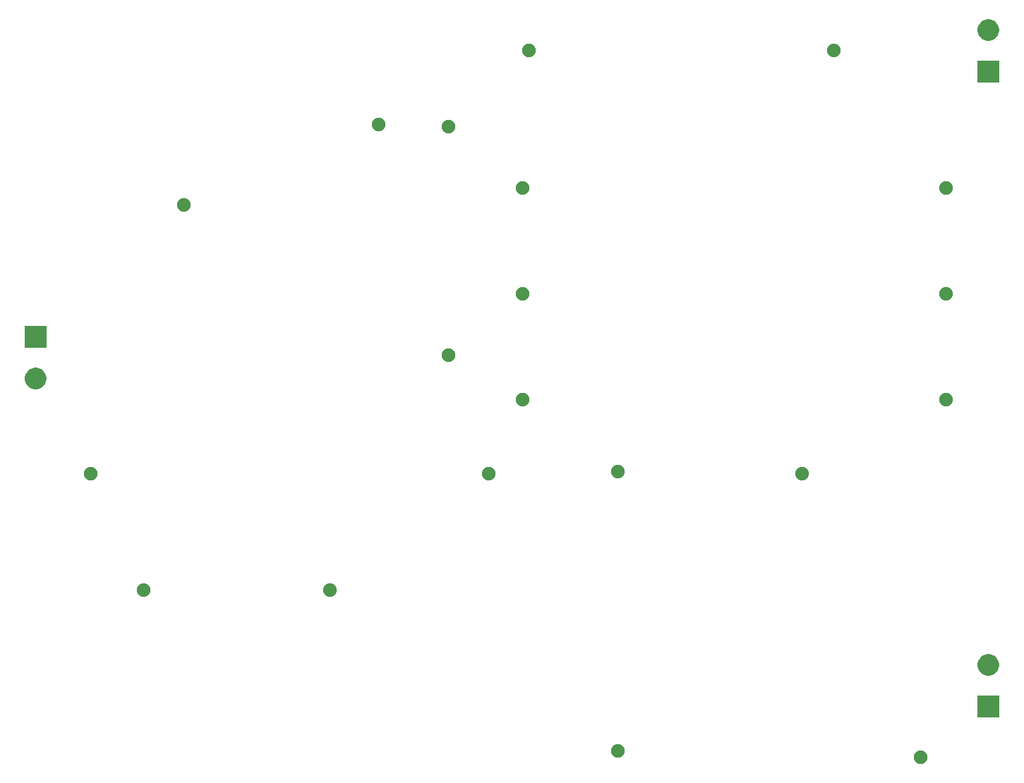
<source format=gbr>
G04 #@! TF.GenerationSoftware,KiCad,Pcbnew,(5.1.4)-1*
G04 #@! TF.CreationDate,2020-05-16T14:16:50-04:00*
G04 #@! TF.ProjectId,Crossover circuit,43726f73-736f-4766-9572-206369726375,rev?*
G04 #@! TF.SameCoordinates,Original*
G04 #@! TF.FileFunction,Soldermask,Top*
G04 #@! TF.FilePolarity,Negative*
%FSLAX46Y46*%
G04 Gerber Fmt 4.6, Leading zero omitted, Abs format (unit mm)*
G04 Created by KiCad (PCBNEW (5.1.4)-1) date 2020-05-16 14:16:50*
%MOMM*%
%LPD*%
G04 APERTURE LIST*
%ADD10C,0.100000*%
G04 APERTURE END LIST*
D10*
G36*
X188959142Y-139934242D02*
G01*
X189107101Y-139995529D01*
X189240255Y-140084499D01*
X189353501Y-140197745D01*
X189442471Y-140330899D01*
X189503758Y-140478858D01*
X189535000Y-140635925D01*
X189535000Y-140796075D01*
X189503758Y-140953142D01*
X189442471Y-141101101D01*
X189353501Y-141234255D01*
X189240255Y-141347501D01*
X189107101Y-141436471D01*
X188959142Y-141497758D01*
X188802075Y-141529000D01*
X188641925Y-141529000D01*
X188484858Y-141497758D01*
X188336899Y-141436471D01*
X188203745Y-141347501D01*
X188090499Y-141234255D01*
X188001529Y-141101101D01*
X187940242Y-140953142D01*
X187909000Y-140796075D01*
X187909000Y-140635925D01*
X187940242Y-140478858D01*
X188001529Y-140330899D01*
X188090499Y-140197745D01*
X188203745Y-140084499D01*
X188336899Y-139995529D01*
X188484858Y-139934242D01*
X188641925Y-139903000D01*
X188802075Y-139903000D01*
X188959142Y-139934242D01*
X188959142Y-139934242D01*
G37*
G36*
X152637142Y-139172242D02*
G01*
X152785101Y-139233529D01*
X152918255Y-139322499D01*
X153031501Y-139435745D01*
X153120471Y-139568899D01*
X153181758Y-139716858D01*
X153213000Y-139873925D01*
X153213000Y-140034075D01*
X153181758Y-140191142D01*
X153120471Y-140339101D01*
X153031501Y-140472255D01*
X152918255Y-140585501D01*
X152785101Y-140674471D01*
X152637142Y-140735758D01*
X152480075Y-140767000D01*
X152319925Y-140767000D01*
X152162858Y-140735758D01*
X152014899Y-140674471D01*
X151881745Y-140585501D01*
X151768499Y-140472255D01*
X151679529Y-140339101D01*
X151618242Y-140191142D01*
X151587000Y-140034075D01*
X151587000Y-139873925D01*
X151618242Y-139716858D01*
X151679529Y-139568899D01*
X151768499Y-139435745D01*
X151881745Y-139322499D01*
X152014899Y-139233529D01*
X152162858Y-139172242D01*
X152319925Y-139141000D01*
X152480075Y-139141000D01*
X152637142Y-139172242D01*
X152637142Y-139172242D01*
G37*
G36*
X198151000Y-135921000D02*
G01*
X195549000Y-135921000D01*
X195549000Y-133319000D01*
X198151000Y-133319000D01*
X198151000Y-135921000D01*
X198151000Y-135921000D01*
G37*
G36*
X197229487Y-128368996D02*
G01*
X197466253Y-128467068D01*
X197466255Y-128467069D01*
X197679339Y-128609447D01*
X197860553Y-128790661D01*
X198002932Y-129003747D01*
X198101004Y-129240513D01*
X198151000Y-129491861D01*
X198151000Y-129748139D01*
X198101004Y-129999487D01*
X198002932Y-130236253D01*
X198002931Y-130236255D01*
X197860553Y-130449339D01*
X197679339Y-130630553D01*
X197466255Y-130772931D01*
X197466254Y-130772932D01*
X197466253Y-130772932D01*
X197229487Y-130871004D01*
X196978139Y-130921000D01*
X196721861Y-130921000D01*
X196470513Y-130871004D01*
X196233747Y-130772932D01*
X196233746Y-130772932D01*
X196233745Y-130772931D01*
X196020661Y-130630553D01*
X195839447Y-130449339D01*
X195697069Y-130236255D01*
X195697068Y-130236253D01*
X195598996Y-129999487D01*
X195549000Y-129748139D01*
X195549000Y-129491861D01*
X195598996Y-129240513D01*
X195697068Y-129003747D01*
X195839447Y-128790661D01*
X196020661Y-128609447D01*
X196233745Y-128467069D01*
X196233747Y-128467068D01*
X196470513Y-128368996D01*
X196721861Y-128319000D01*
X196978139Y-128319000D01*
X197229487Y-128368996D01*
X197229487Y-128368996D01*
G37*
G36*
X118093142Y-119868242D02*
G01*
X118241101Y-119929529D01*
X118374255Y-120018499D01*
X118487501Y-120131745D01*
X118576471Y-120264899D01*
X118637758Y-120412858D01*
X118669000Y-120569925D01*
X118669000Y-120730075D01*
X118637758Y-120887142D01*
X118576471Y-121035101D01*
X118487501Y-121168255D01*
X118374255Y-121281501D01*
X118241101Y-121370471D01*
X118093142Y-121431758D01*
X117936075Y-121463000D01*
X117775925Y-121463000D01*
X117618858Y-121431758D01*
X117470899Y-121370471D01*
X117337745Y-121281501D01*
X117224499Y-121168255D01*
X117135529Y-121035101D01*
X117074242Y-120887142D01*
X117043000Y-120730075D01*
X117043000Y-120569925D01*
X117074242Y-120412858D01*
X117135529Y-120264899D01*
X117224499Y-120131745D01*
X117337745Y-120018499D01*
X117470899Y-119929529D01*
X117618858Y-119868242D01*
X117775925Y-119837000D01*
X117936075Y-119837000D01*
X118093142Y-119868242D01*
X118093142Y-119868242D01*
G37*
G36*
X95741142Y-119868242D02*
G01*
X95889101Y-119929529D01*
X96022255Y-120018499D01*
X96135501Y-120131745D01*
X96224471Y-120264899D01*
X96285758Y-120412858D01*
X96317000Y-120569925D01*
X96317000Y-120730075D01*
X96285758Y-120887142D01*
X96224471Y-121035101D01*
X96135501Y-121168255D01*
X96022255Y-121281501D01*
X95889101Y-121370471D01*
X95741142Y-121431758D01*
X95584075Y-121463000D01*
X95423925Y-121463000D01*
X95266858Y-121431758D01*
X95118899Y-121370471D01*
X94985745Y-121281501D01*
X94872499Y-121168255D01*
X94783529Y-121035101D01*
X94722242Y-120887142D01*
X94691000Y-120730075D01*
X94691000Y-120569925D01*
X94722242Y-120412858D01*
X94783529Y-120264899D01*
X94872499Y-120131745D01*
X94985745Y-120018499D01*
X95118899Y-119929529D01*
X95266858Y-119868242D01*
X95423925Y-119837000D01*
X95584075Y-119837000D01*
X95741142Y-119868242D01*
X95741142Y-119868242D01*
G37*
G36*
X174735142Y-105898242D02*
G01*
X174883101Y-105959529D01*
X175016255Y-106048499D01*
X175129501Y-106161745D01*
X175218471Y-106294899D01*
X175279758Y-106442858D01*
X175311000Y-106599925D01*
X175311000Y-106760075D01*
X175279758Y-106917142D01*
X175218471Y-107065101D01*
X175129501Y-107198255D01*
X175016255Y-107311501D01*
X174883101Y-107400471D01*
X174735142Y-107461758D01*
X174578075Y-107493000D01*
X174417925Y-107493000D01*
X174260858Y-107461758D01*
X174112899Y-107400471D01*
X173979745Y-107311501D01*
X173866499Y-107198255D01*
X173777529Y-107065101D01*
X173716242Y-106917142D01*
X173685000Y-106760075D01*
X173685000Y-106599925D01*
X173716242Y-106442858D01*
X173777529Y-106294899D01*
X173866499Y-106161745D01*
X173979745Y-106048499D01*
X174112899Y-105959529D01*
X174260858Y-105898242D01*
X174417925Y-105867000D01*
X174578075Y-105867000D01*
X174735142Y-105898242D01*
X174735142Y-105898242D01*
G37*
G36*
X137143142Y-105898242D02*
G01*
X137291101Y-105959529D01*
X137424255Y-106048499D01*
X137537501Y-106161745D01*
X137626471Y-106294899D01*
X137687758Y-106442858D01*
X137719000Y-106599925D01*
X137719000Y-106760075D01*
X137687758Y-106917142D01*
X137626471Y-107065101D01*
X137537501Y-107198255D01*
X137424255Y-107311501D01*
X137291101Y-107400471D01*
X137143142Y-107461758D01*
X136986075Y-107493000D01*
X136825925Y-107493000D01*
X136668858Y-107461758D01*
X136520899Y-107400471D01*
X136387745Y-107311501D01*
X136274499Y-107198255D01*
X136185529Y-107065101D01*
X136124242Y-106917142D01*
X136093000Y-106760075D01*
X136093000Y-106599925D01*
X136124242Y-106442858D01*
X136185529Y-106294899D01*
X136274499Y-106161745D01*
X136387745Y-106048499D01*
X136520899Y-105959529D01*
X136668858Y-105898242D01*
X136825925Y-105867000D01*
X136986075Y-105867000D01*
X137143142Y-105898242D01*
X137143142Y-105898242D01*
G37*
G36*
X89391142Y-105898242D02*
G01*
X89539101Y-105959529D01*
X89672255Y-106048499D01*
X89785501Y-106161745D01*
X89874471Y-106294899D01*
X89935758Y-106442858D01*
X89967000Y-106599925D01*
X89967000Y-106760075D01*
X89935758Y-106917142D01*
X89874471Y-107065101D01*
X89785501Y-107198255D01*
X89672255Y-107311501D01*
X89539101Y-107400471D01*
X89391142Y-107461758D01*
X89234075Y-107493000D01*
X89073925Y-107493000D01*
X88916858Y-107461758D01*
X88768899Y-107400471D01*
X88635745Y-107311501D01*
X88522499Y-107198255D01*
X88433529Y-107065101D01*
X88372242Y-106917142D01*
X88341000Y-106760075D01*
X88341000Y-106599925D01*
X88372242Y-106442858D01*
X88433529Y-106294899D01*
X88522499Y-106161745D01*
X88635745Y-106048499D01*
X88768899Y-105959529D01*
X88916858Y-105898242D01*
X89073925Y-105867000D01*
X89234075Y-105867000D01*
X89391142Y-105898242D01*
X89391142Y-105898242D01*
G37*
G36*
X152637142Y-105644242D02*
G01*
X152785101Y-105705529D01*
X152918255Y-105794499D01*
X153031501Y-105907745D01*
X153120471Y-106040899D01*
X153181758Y-106188858D01*
X153213000Y-106345925D01*
X153213000Y-106506075D01*
X153181758Y-106663142D01*
X153120471Y-106811101D01*
X153031501Y-106944255D01*
X152918255Y-107057501D01*
X152785101Y-107146471D01*
X152637142Y-107207758D01*
X152480075Y-107239000D01*
X152319925Y-107239000D01*
X152162858Y-107207758D01*
X152014899Y-107146471D01*
X151881745Y-107057501D01*
X151768499Y-106944255D01*
X151679529Y-106811101D01*
X151618242Y-106663142D01*
X151587000Y-106506075D01*
X151587000Y-106345925D01*
X151618242Y-106188858D01*
X151679529Y-106040899D01*
X151768499Y-105907745D01*
X151881745Y-105794499D01*
X152014899Y-105705529D01*
X152162858Y-105644242D01*
X152319925Y-105613000D01*
X152480075Y-105613000D01*
X152637142Y-105644242D01*
X152637142Y-105644242D01*
G37*
G36*
X192007142Y-97008242D02*
G01*
X192155101Y-97069529D01*
X192288255Y-97158499D01*
X192401501Y-97271745D01*
X192490471Y-97404899D01*
X192551758Y-97552858D01*
X192583000Y-97709925D01*
X192583000Y-97870075D01*
X192551758Y-98027142D01*
X192490471Y-98175101D01*
X192401501Y-98308255D01*
X192288255Y-98421501D01*
X192155101Y-98510471D01*
X192007142Y-98571758D01*
X191850075Y-98603000D01*
X191689925Y-98603000D01*
X191532858Y-98571758D01*
X191384899Y-98510471D01*
X191251745Y-98421501D01*
X191138499Y-98308255D01*
X191049529Y-98175101D01*
X190988242Y-98027142D01*
X190957000Y-97870075D01*
X190957000Y-97709925D01*
X190988242Y-97552858D01*
X191049529Y-97404899D01*
X191138499Y-97271745D01*
X191251745Y-97158499D01*
X191384899Y-97069529D01*
X191532858Y-97008242D01*
X191689925Y-96977000D01*
X191850075Y-96977000D01*
X192007142Y-97008242D01*
X192007142Y-97008242D01*
G37*
G36*
X141207142Y-97008242D02*
G01*
X141355101Y-97069529D01*
X141488255Y-97158499D01*
X141601501Y-97271745D01*
X141690471Y-97404899D01*
X141751758Y-97552858D01*
X141783000Y-97709925D01*
X141783000Y-97870075D01*
X141751758Y-98027142D01*
X141690471Y-98175101D01*
X141601501Y-98308255D01*
X141488255Y-98421501D01*
X141355101Y-98510471D01*
X141207142Y-98571758D01*
X141050075Y-98603000D01*
X140889925Y-98603000D01*
X140732858Y-98571758D01*
X140584899Y-98510471D01*
X140451745Y-98421501D01*
X140338499Y-98308255D01*
X140249529Y-98175101D01*
X140188242Y-98027142D01*
X140157000Y-97870075D01*
X140157000Y-97709925D01*
X140188242Y-97552858D01*
X140249529Y-97404899D01*
X140338499Y-97271745D01*
X140451745Y-97158499D01*
X140584899Y-97069529D01*
X140732858Y-97008242D01*
X140889925Y-96977000D01*
X141050075Y-96977000D01*
X141207142Y-97008242D01*
X141207142Y-97008242D01*
G37*
G36*
X82929487Y-93998996D02*
G01*
X83166253Y-94097068D01*
X83166255Y-94097069D01*
X83379339Y-94239447D01*
X83560553Y-94420661D01*
X83702932Y-94633747D01*
X83801004Y-94870513D01*
X83851000Y-95121861D01*
X83851000Y-95378139D01*
X83801004Y-95629487D01*
X83702932Y-95866253D01*
X83702931Y-95866255D01*
X83560553Y-96079339D01*
X83379339Y-96260553D01*
X83166255Y-96402931D01*
X83166254Y-96402932D01*
X83166253Y-96402932D01*
X82929487Y-96501004D01*
X82678139Y-96551000D01*
X82421861Y-96551000D01*
X82170513Y-96501004D01*
X81933747Y-96402932D01*
X81933746Y-96402932D01*
X81933745Y-96402931D01*
X81720661Y-96260553D01*
X81539447Y-96079339D01*
X81397069Y-95866255D01*
X81397068Y-95866253D01*
X81298996Y-95629487D01*
X81249000Y-95378139D01*
X81249000Y-95121861D01*
X81298996Y-94870513D01*
X81397068Y-94633747D01*
X81539447Y-94420661D01*
X81720661Y-94239447D01*
X81933745Y-94097069D01*
X81933747Y-94097068D01*
X82170513Y-93998996D01*
X82421861Y-93949000D01*
X82678139Y-93949000D01*
X82929487Y-93998996D01*
X82929487Y-93998996D01*
G37*
G36*
X132317142Y-91674242D02*
G01*
X132465101Y-91735529D01*
X132598255Y-91824499D01*
X132711501Y-91937745D01*
X132800471Y-92070899D01*
X132861758Y-92218858D01*
X132893000Y-92375925D01*
X132893000Y-92536075D01*
X132861758Y-92693142D01*
X132800471Y-92841101D01*
X132711501Y-92974255D01*
X132598255Y-93087501D01*
X132465101Y-93176471D01*
X132317142Y-93237758D01*
X132160075Y-93269000D01*
X131999925Y-93269000D01*
X131842858Y-93237758D01*
X131694899Y-93176471D01*
X131561745Y-93087501D01*
X131448499Y-92974255D01*
X131359529Y-92841101D01*
X131298242Y-92693142D01*
X131267000Y-92536075D01*
X131267000Y-92375925D01*
X131298242Y-92218858D01*
X131359529Y-92070899D01*
X131448499Y-91937745D01*
X131561745Y-91824499D01*
X131694899Y-91735529D01*
X131842858Y-91674242D01*
X131999925Y-91643000D01*
X132160075Y-91643000D01*
X132317142Y-91674242D01*
X132317142Y-91674242D01*
G37*
G36*
X83851000Y-91551000D02*
G01*
X81249000Y-91551000D01*
X81249000Y-88949000D01*
X83851000Y-88949000D01*
X83851000Y-91551000D01*
X83851000Y-91551000D01*
G37*
G36*
X192007142Y-84308242D02*
G01*
X192155101Y-84369529D01*
X192288255Y-84458499D01*
X192401501Y-84571745D01*
X192490471Y-84704899D01*
X192551758Y-84852858D01*
X192583000Y-85009925D01*
X192583000Y-85170075D01*
X192551758Y-85327142D01*
X192490471Y-85475101D01*
X192401501Y-85608255D01*
X192288255Y-85721501D01*
X192155101Y-85810471D01*
X192007142Y-85871758D01*
X191850075Y-85903000D01*
X191689925Y-85903000D01*
X191532858Y-85871758D01*
X191384899Y-85810471D01*
X191251745Y-85721501D01*
X191138499Y-85608255D01*
X191049529Y-85475101D01*
X190988242Y-85327142D01*
X190957000Y-85170075D01*
X190957000Y-85009925D01*
X190988242Y-84852858D01*
X191049529Y-84704899D01*
X191138499Y-84571745D01*
X191251745Y-84458499D01*
X191384899Y-84369529D01*
X191532858Y-84308242D01*
X191689925Y-84277000D01*
X191850075Y-84277000D01*
X192007142Y-84308242D01*
X192007142Y-84308242D01*
G37*
G36*
X141207142Y-84308242D02*
G01*
X141355101Y-84369529D01*
X141488255Y-84458499D01*
X141601501Y-84571745D01*
X141690471Y-84704899D01*
X141751758Y-84852858D01*
X141783000Y-85009925D01*
X141783000Y-85170075D01*
X141751758Y-85327142D01*
X141690471Y-85475101D01*
X141601501Y-85608255D01*
X141488255Y-85721501D01*
X141355101Y-85810471D01*
X141207142Y-85871758D01*
X141050075Y-85903000D01*
X140889925Y-85903000D01*
X140732858Y-85871758D01*
X140584899Y-85810471D01*
X140451745Y-85721501D01*
X140338499Y-85608255D01*
X140249529Y-85475101D01*
X140188242Y-85327142D01*
X140157000Y-85170075D01*
X140157000Y-85009925D01*
X140188242Y-84852858D01*
X140249529Y-84704899D01*
X140338499Y-84571745D01*
X140451745Y-84458499D01*
X140584899Y-84369529D01*
X140732858Y-84308242D01*
X140889925Y-84277000D01*
X141050075Y-84277000D01*
X141207142Y-84308242D01*
X141207142Y-84308242D01*
G37*
G36*
X100567142Y-73640242D02*
G01*
X100715101Y-73701529D01*
X100848255Y-73790499D01*
X100961501Y-73903745D01*
X101050471Y-74036899D01*
X101111758Y-74184858D01*
X101143000Y-74341925D01*
X101143000Y-74502075D01*
X101111758Y-74659142D01*
X101050471Y-74807101D01*
X100961501Y-74940255D01*
X100848255Y-75053501D01*
X100715101Y-75142471D01*
X100567142Y-75203758D01*
X100410075Y-75235000D01*
X100249925Y-75235000D01*
X100092858Y-75203758D01*
X99944899Y-75142471D01*
X99811745Y-75053501D01*
X99698499Y-74940255D01*
X99609529Y-74807101D01*
X99548242Y-74659142D01*
X99517000Y-74502075D01*
X99517000Y-74341925D01*
X99548242Y-74184858D01*
X99609529Y-74036899D01*
X99698499Y-73903745D01*
X99811745Y-73790499D01*
X99944899Y-73701529D01*
X100092858Y-73640242D01*
X100249925Y-73609000D01*
X100410075Y-73609000D01*
X100567142Y-73640242D01*
X100567142Y-73640242D01*
G37*
G36*
X141207142Y-71608242D02*
G01*
X141355101Y-71669529D01*
X141488255Y-71758499D01*
X141601501Y-71871745D01*
X141690471Y-72004899D01*
X141751758Y-72152858D01*
X141783000Y-72309925D01*
X141783000Y-72470075D01*
X141751758Y-72627142D01*
X141690471Y-72775101D01*
X141601501Y-72908255D01*
X141488255Y-73021501D01*
X141355101Y-73110471D01*
X141207142Y-73171758D01*
X141050075Y-73203000D01*
X140889925Y-73203000D01*
X140732858Y-73171758D01*
X140584899Y-73110471D01*
X140451745Y-73021501D01*
X140338499Y-72908255D01*
X140249529Y-72775101D01*
X140188242Y-72627142D01*
X140157000Y-72470075D01*
X140157000Y-72309925D01*
X140188242Y-72152858D01*
X140249529Y-72004899D01*
X140338499Y-71871745D01*
X140451745Y-71758499D01*
X140584899Y-71669529D01*
X140732858Y-71608242D01*
X140889925Y-71577000D01*
X141050075Y-71577000D01*
X141207142Y-71608242D01*
X141207142Y-71608242D01*
G37*
G36*
X192007142Y-71608242D02*
G01*
X192155101Y-71669529D01*
X192288255Y-71758499D01*
X192401501Y-71871745D01*
X192490471Y-72004899D01*
X192551758Y-72152858D01*
X192583000Y-72309925D01*
X192583000Y-72470075D01*
X192551758Y-72627142D01*
X192490471Y-72775101D01*
X192401501Y-72908255D01*
X192288255Y-73021501D01*
X192155101Y-73110471D01*
X192007142Y-73171758D01*
X191850075Y-73203000D01*
X191689925Y-73203000D01*
X191532858Y-73171758D01*
X191384899Y-73110471D01*
X191251745Y-73021501D01*
X191138499Y-72908255D01*
X191049529Y-72775101D01*
X190988242Y-72627142D01*
X190957000Y-72470075D01*
X190957000Y-72309925D01*
X190988242Y-72152858D01*
X191049529Y-72004899D01*
X191138499Y-71871745D01*
X191251745Y-71758499D01*
X191384899Y-71669529D01*
X191532858Y-71608242D01*
X191689925Y-71577000D01*
X191850075Y-71577000D01*
X192007142Y-71608242D01*
X192007142Y-71608242D01*
G37*
G36*
X132317142Y-64242242D02*
G01*
X132465101Y-64303529D01*
X132598255Y-64392499D01*
X132711501Y-64505745D01*
X132800471Y-64638899D01*
X132861758Y-64786858D01*
X132893000Y-64943925D01*
X132893000Y-65104075D01*
X132861758Y-65261142D01*
X132800471Y-65409101D01*
X132711501Y-65542255D01*
X132598255Y-65655501D01*
X132465101Y-65744471D01*
X132317142Y-65805758D01*
X132160075Y-65837000D01*
X131999925Y-65837000D01*
X131842858Y-65805758D01*
X131694899Y-65744471D01*
X131561745Y-65655501D01*
X131448499Y-65542255D01*
X131359529Y-65409101D01*
X131298242Y-65261142D01*
X131267000Y-65104075D01*
X131267000Y-64943925D01*
X131298242Y-64786858D01*
X131359529Y-64638899D01*
X131448499Y-64505745D01*
X131561745Y-64392499D01*
X131694899Y-64303529D01*
X131842858Y-64242242D01*
X131999925Y-64211000D01*
X132160075Y-64211000D01*
X132317142Y-64242242D01*
X132317142Y-64242242D01*
G37*
G36*
X123935142Y-63988242D02*
G01*
X124083101Y-64049529D01*
X124216255Y-64138499D01*
X124329501Y-64251745D01*
X124418471Y-64384899D01*
X124479758Y-64532858D01*
X124511000Y-64689925D01*
X124511000Y-64850075D01*
X124479758Y-65007142D01*
X124418471Y-65155101D01*
X124329501Y-65288255D01*
X124216255Y-65401501D01*
X124083101Y-65490471D01*
X123935142Y-65551758D01*
X123778075Y-65583000D01*
X123617925Y-65583000D01*
X123460858Y-65551758D01*
X123312899Y-65490471D01*
X123179745Y-65401501D01*
X123066499Y-65288255D01*
X122977529Y-65155101D01*
X122916242Y-65007142D01*
X122885000Y-64850075D01*
X122885000Y-64689925D01*
X122916242Y-64532858D01*
X122977529Y-64384899D01*
X123066499Y-64251745D01*
X123179745Y-64138499D01*
X123312899Y-64049529D01*
X123460858Y-63988242D01*
X123617925Y-63957000D01*
X123778075Y-63957000D01*
X123935142Y-63988242D01*
X123935142Y-63988242D01*
G37*
G36*
X198151000Y-59721000D02*
G01*
X195549000Y-59721000D01*
X195549000Y-57119000D01*
X198151000Y-57119000D01*
X198151000Y-59721000D01*
X198151000Y-59721000D01*
G37*
G36*
X141969142Y-55098242D02*
G01*
X142117101Y-55159529D01*
X142250255Y-55248499D01*
X142363501Y-55361745D01*
X142452471Y-55494899D01*
X142513758Y-55642858D01*
X142545000Y-55799925D01*
X142545000Y-55960075D01*
X142513758Y-56117142D01*
X142452471Y-56265101D01*
X142363501Y-56398255D01*
X142250255Y-56511501D01*
X142117101Y-56600471D01*
X141969142Y-56661758D01*
X141812075Y-56693000D01*
X141651925Y-56693000D01*
X141494858Y-56661758D01*
X141346899Y-56600471D01*
X141213745Y-56511501D01*
X141100499Y-56398255D01*
X141011529Y-56265101D01*
X140950242Y-56117142D01*
X140919000Y-55960075D01*
X140919000Y-55799925D01*
X140950242Y-55642858D01*
X141011529Y-55494899D01*
X141100499Y-55361745D01*
X141213745Y-55248499D01*
X141346899Y-55159529D01*
X141494858Y-55098242D01*
X141651925Y-55067000D01*
X141812075Y-55067000D01*
X141969142Y-55098242D01*
X141969142Y-55098242D01*
G37*
G36*
X178545142Y-55098242D02*
G01*
X178693101Y-55159529D01*
X178826255Y-55248499D01*
X178939501Y-55361745D01*
X179028471Y-55494899D01*
X179089758Y-55642858D01*
X179121000Y-55799925D01*
X179121000Y-55960075D01*
X179089758Y-56117142D01*
X179028471Y-56265101D01*
X178939501Y-56398255D01*
X178826255Y-56511501D01*
X178693101Y-56600471D01*
X178545142Y-56661758D01*
X178388075Y-56693000D01*
X178227925Y-56693000D01*
X178070858Y-56661758D01*
X177922899Y-56600471D01*
X177789745Y-56511501D01*
X177676499Y-56398255D01*
X177587529Y-56265101D01*
X177526242Y-56117142D01*
X177495000Y-55960075D01*
X177495000Y-55799925D01*
X177526242Y-55642858D01*
X177587529Y-55494899D01*
X177676499Y-55361745D01*
X177789745Y-55248499D01*
X177922899Y-55159529D01*
X178070858Y-55098242D01*
X178227925Y-55067000D01*
X178388075Y-55067000D01*
X178545142Y-55098242D01*
X178545142Y-55098242D01*
G37*
G36*
X197229487Y-52168996D02*
G01*
X197466253Y-52267068D01*
X197466255Y-52267069D01*
X197679339Y-52409447D01*
X197860553Y-52590661D01*
X198002932Y-52803747D01*
X198101004Y-53040513D01*
X198151000Y-53291861D01*
X198151000Y-53548139D01*
X198101004Y-53799487D01*
X198002932Y-54036253D01*
X198002931Y-54036255D01*
X197860553Y-54249339D01*
X197679339Y-54430553D01*
X197466255Y-54572931D01*
X197466254Y-54572932D01*
X197466253Y-54572932D01*
X197229487Y-54671004D01*
X196978139Y-54721000D01*
X196721861Y-54721000D01*
X196470513Y-54671004D01*
X196233747Y-54572932D01*
X196233746Y-54572932D01*
X196233745Y-54572931D01*
X196020661Y-54430553D01*
X195839447Y-54249339D01*
X195697069Y-54036255D01*
X195697068Y-54036253D01*
X195598996Y-53799487D01*
X195549000Y-53548139D01*
X195549000Y-53291861D01*
X195598996Y-53040513D01*
X195697068Y-52803747D01*
X195839447Y-52590661D01*
X196020661Y-52409447D01*
X196233745Y-52267069D01*
X196233747Y-52267068D01*
X196470513Y-52168996D01*
X196721861Y-52119000D01*
X196978139Y-52119000D01*
X197229487Y-52168996D01*
X197229487Y-52168996D01*
G37*
M02*

</source>
